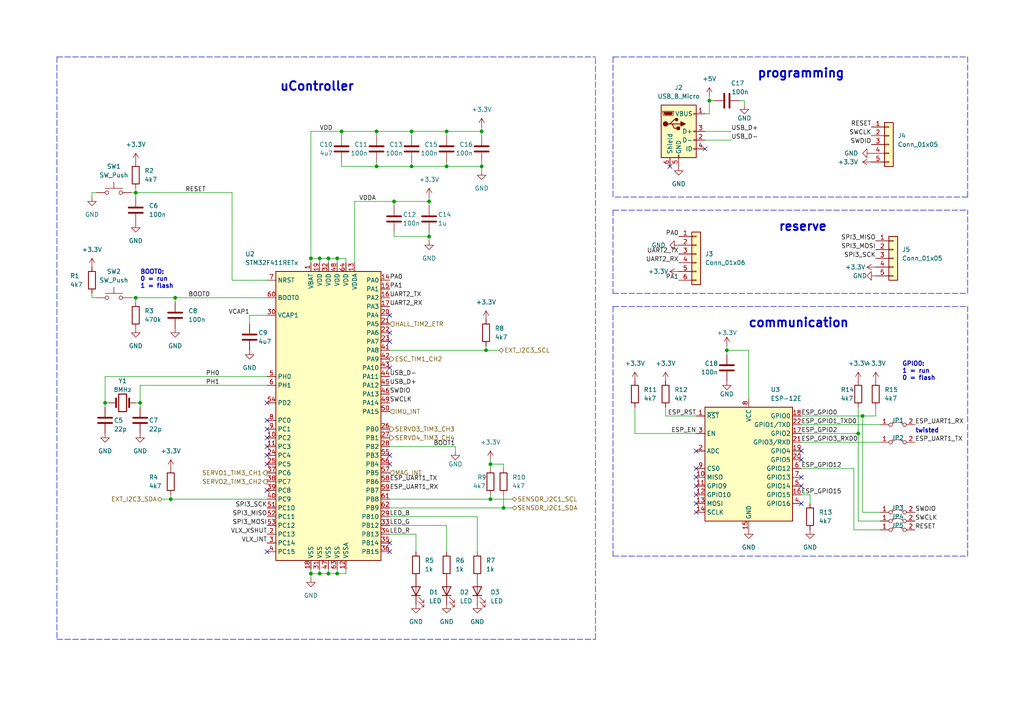
<source format=kicad_sch>
(kicad_sch (version 20211123) (generator eeschema)
  (paper "A4")
  (lib_symbols
    (symbol "Connector:USB_B_Micro" (pin_names (offset 1.016))
      (property "Reference" "J" (at -5.08 11.43 0))
      (property "Value" "USB_B_Micro" (at -5.08 8.89 0))
      (symbol "USB_B_Micro_0_1"
        (rectangle (start -5.08 -7.62) (end 5.08 7.62) (stroke (width 0.254)) (fill (type background)))
        (circle (center -3.81 2.159) (radius 0.635) (stroke (width 0.254)) (fill (type outline)))
        (circle (center -0.635 3.429) (radius 0.381) (stroke (width 0.254)) (fill (type outline)))
        (rectangle (start -0.127 -7.62) (end 0.127 -6.858))
        (polyline (pts (xy -1.905 2.159) (xy 0.635 2.159)) (stroke (width 0.254)))
        (polyline (pts (xy -3.175 2.159) (xy -2.54 2.159) (xy -1.27 3.429) (xy -0.635 3.429)) (stroke (width 0.254)))
        (polyline (pts (xy -2.54 2.159) (xy -1.905 2.159) (xy -1.27 0.889) (xy 0 0.889)) (stroke (width 0.254)))
        (polyline (pts (xy 0.635 2.794) (xy 0.635 1.524) (xy 1.905 2.159) (xy 0.635 2.794)) (stroke (width 0.254)) (fill (type outline)))
        (polyline (pts (xy -4.318 5.588) (xy -1.778 5.588) (xy -2.032 4.826) (xy -4.064 4.826) (xy -4.318 5.588)) (fill (type outline)))
        (polyline (pts (xy -4.699 5.842) (xy -4.699 5.588) (xy -4.445 4.826) (xy -4.445 4.572) (xy -1.651 4.572) (xy -1.651 4.826) (xy -1.397 5.588) (xy -1.397 5.842) (xy -4.699 5.842)))
        (rectangle (start 0.254 1.27) (end -0.508 0.508) (stroke (width 0.254)) (fill (type outline)))
        (rectangle (start 5.08 -5.207) (end 4.318 -4.953))
        (rectangle (start 5.08 -2.667) (end 4.318 -2.413))
        (rectangle (start 5.08 -0.127) (end 4.318 0.127))
        (rectangle (start 5.08 4.953) (end 4.318 5.207))
      )
      (symbol "USB_B_Micro_1_1"
        (pin power_out line (at 7.62 5.08 180) (length 2.54) (name "VBUS") (number "1"))
        (pin bidirectional line (at 7.62 -2.54 180) (length 2.54) (name "D-") (number "2"))
        (pin bidirectional line (at 7.62 0 180) (length 2.54) (name "D+") (number "3"))
        (pin passive line (at 7.62 -5.08 180) (length 2.54) (name "ID") (number "4"))
        (pin power_out line (at 0 -10.16 90) (length 2.54) (name "GND") (number "5"))
        (pin passive line (at -2.54 -10.16 90) (length 2.54) (name "Shield") (number "6"))
      )
    )
    (symbol "Connector_Generic:Conn_01x05" (pin_names (offset 1.016) hide)
      (property "Reference" "J" (at 0 7.62 0))
      (property "Value" "Conn_01x05" (at 0 -7.62 0))
      (symbol "Conn_01x05_1_1"
        (rectangle (start -1.27 -4.953) (end 0 -5.207) (stroke (width 0.1524)))
        (rectangle (start -1.27 -2.413) (end 0 -2.667) (stroke (width 0.1524)))
        (rectangle (start -1.27 0.127) (end 0 -0.127) (stroke (width 0.1524)))
        (rectangle (start -1.27 2.667) (end 0 2.413) (stroke (width 0.1524)))
        (rectangle (start -1.27 5.207) (end 0 4.953) (stroke (width 0.1524)))
        (rectangle (start -1.27 6.35) (end 1.27 -6.35) (stroke (width 0.254)) (fill (type background)))
        (pin passive line (at -5.08 5.08 0) (length 3.81) (name "Pin_1") (number "1"))
        (pin passive line (at -5.08 2.54 0) (length 3.81) (name "Pin_2") (number "2"))
        (pin passive line (at -5.08 0 0) (length 3.81) (name "Pin_3") (number "3"))
        (pin passive line (at -5.08 -2.54 0) (length 3.81) (name "Pin_4") (number "4"))
        (pin passive line (at -5.08 -5.08 0) (length 3.81) (name "Pin_5") (number "5"))
      )
    )
    (symbol "Connector_Generic:Conn_01x06" (pin_names (offset 1.016) hide)
      (property "Reference" "J" (at 0 7.62 0))
      (property "Value" "Conn_01x06" (at 0 -10.16 0))
      (symbol "Conn_01x06_1_1"
        (rectangle (start -1.27 -7.493) (end 0 -7.747) (stroke (width 0.1524)))
        (rectangle (start -1.27 -4.953) (end 0 -5.207) (stroke (width 0.1524)))
        (rectangle (start -1.27 -2.413) (end 0 -2.667) (stroke (width 0.1524)))
        (rectangle (start -1.27 0.127) (end 0 -0.127) (stroke (width 0.1524)))
        (rectangle (start -1.27 2.667) (end 0 2.413) (stroke (width 0.1524)))
        (rectangle (start -1.27 5.207) (end 0 4.953) (stroke (width 0.1524)))
        (rectangle (start -1.27 6.35) (end 1.27 -8.89) (stroke (width 0.254)) (fill (type background)))
        (pin passive line (at -5.08 5.08 0) (length 3.81) (name "Pin_1") (number "1"))
        (pin passive line (at -5.08 2.54 0) (length 3.81) (name "Pin_2") (number "2"))
        (pin passive line (at -5.08 0 0) (length 3.81) (name "Pin_3") (number "3"))
        (pin passive line (at -5.08 -2.54 0) (length 3.81) (name "Pin_4") (number "4"))
        (pin passive line (at -5.08 -5.08 0) (length 3.81) (name "Pin_5") (number "5"))
        (pin passive line (at -5.08 -7.62 0) (length 3.81) (name "Pin_6") (number "6"))
      )
    )
    (symbol "Device:C" (pin_numbers hide) (pin_names (offset 0.254))
      (property "Reference" "C" (at 0.635 2.54 0))
      (property "Value" "C" (at 0.635 -2.54 0))
      (symbol "C_0_1"
        (polyline (pts (xy -2.032 -0.762) (xy 2.032 -0.762)) (stroke (width 0.508)))
        (polyline (pts (xy -2.032 0.762) (xy 2.032 0.762)) (stroke (width 0.508)))
      )
      (symbol "C_1_1"
        (pin passive line (at 0 3.81 270) (length 2.794) (name "~") (number "1"))
        (pin passive line (at 0 -3.81 90) (length 2.794) (name "~") (number "2"))
      )
    )
    (symbol "Device:Crystal" (pin_numbers hide) (pin_names (offset 1.016) hide)
      (property "Reference" "Y" (at 0 3.81 0))
      (property "Value" "Crystal" (at 0 -3.81 0))
      (symbol "Crystal_0_1"
        (rectangle (start -1.143 2.54) (end 1.143 -2.54) (stroke (width 0.3048)))
        (polyline (pts (xy -2.54 0) (xy -1.905 0)))
        (polyline (pts (xy -1.905 -1.27) (xy -1.905 1.27)) (stroke (width 0.508)))
        (polyline (pts (xy 1.905 -1.27) (xy 1.905 1.27)) (stroke (width 0.508)))
        (polyline (pts (xy 2.54 0) (xy 1.905 0)))
      )
      (symbol "Crystal_1_1"
        (pin passive line (at -3.81 0 0) (length 1.27) (name "1") (number "1"))
        (pin passive line (at 3.81 0 180) (length 1.27) (name "2") (number "2"))
      )
    )
    (symbol "Device:LED" (pin_numbers hide) (pin_names (offset 1.016) hide)
      (property "Reference" "D" (at 0 2.54 0))
      (property "Value" "LED" (at 0 -2.54 0))
      (symbol "LED_0_1"
        (polyline (pts (xy -1.27 -1.27) (xy -1.27 1.27)) (stroke (width 0.254)))
        (polyline (pts (xy -1.27 0) (xy 1.27 0)))
        (polyline (pts (xy 1.27 -1.27) (xy 1.27 1.27) (xy -1.27 0) (xy 1.27 -1.27)) (stroke (width 0.254)))
        (polyline (pts (xy -3.048 -0.762) (xy -4.572 -2.286) (xy -3.81 -2.286) (xy -4.572 -2.286) (xy -4.572 -1.524)))
        (polyline (pts (xy -1.778 -0.762) (xy -3.302 -2.286) (xy -2.54 -2.286) (xy -3.302 -2.286) (xy -3.302 -1.524)))
      )
      (symbol "LED_1_1"
        (pin passive line (at -3.81 0 0) (length 2.54) (name "K") (number "1"))
        (pin passive line (at 3.81 0 180) (length 2.54) (name "A") (number "2"))
      )
    )
    (symbol "Device:R" (pin_numbers hide) (pin_names (offset 0))
      (property "Reference" "R" (at 2.032 0 90))
      (property "Value" "R" (at 0 0 90))
      (symbol "R_0_1"
        (rectangle (start -1.016 -2.54) (end 1.016 2.54) (stroke (width 0.254)))
      )
      (symbol "R_1_1"
        (pin passive line (at 0 3.81 270) (length 1.27) (name "~") (number "1"))
        (pin passive line (at 0 -3.81 90) (length 1.27) (name "~") (number "2"))
      )
    )
    (symbol "Jumper:Jumper_2_Bridged" (pin_names (offset 0) hide)
      (property "Reference" "JP" (at 0 1.905 0))
      (property "Value" "Jumper_2_Bridged" (at 0 -2.54 0))
      (symbol "Jumper_2_Bridged_0_0"
        (circle (center -2.032 0) (radius 0.508))
        (circle (center 2.032 0) (radius 0.508))
      )
      (symbol "Jumper_2_Bridged_0_1"
        (arc (start 1.524 0.254) (mid 0 0.762) (end -1.524 0.254))
      )
      (symbol "Jumper_2_Bridged_1_1"
        (pin passive line (at -5.08 0 0) (length 2.54) (name "A") (number "1"))
        (pin passive line (at 5.08 0 180) (length 2.54) (name "B") (number "2"))
      )
    )
    (symbol "MCU_ST_STM32F4:STM32F411RETx"
      (property "Reference" "U" (at -15.24 41.91 0))
      (property "Value" "STM32F411RETx" (at 10.16 41.91 0))
      (symbol "STM32F411RETx_0_1"
        (rectangle (start -15.24 -43.18) (end 15.24 40.64) (stroke (width 0.254)) (fill (type background)))
      )
      (symbol "STM32F411RETx_1_1"
        (pin power_in line (at -5.08 43.18 270) (length 2.54) (name "VBAT") (number "1"))
        (pin bidirectional line (at -17.78 -7.62 0) (length 2.54) (name "PC2") (number "10"))
        (pin bidirectional line (at -17.78 -10.16 0) (length 2.54) (name "PC3") (number "11"))
        (pin power_in line (at 5.08 -45.72 90) (length 2.54) (name "VSSA") (number "12"))
        (pin power_in line (at 7.62 43.18 270) (length 2.54) (name "VDDA") (number "13"))
        (pin bidirectional line (at 17.78 38.1 180) (length 2.54) (name "PA0") (number "14"))
        (pin bidirectional line (at 17.78 35.56 180) (length 2.54) (name "PA1") (number "15"))
        (pin bidirectional line (at 17.78 33.02 180) (length 2.54) (name "PA2") (number "16"))
        (pin bidirectional line (at 17.78 30.48 180) (length 2.54) (name "PA3") (number "17"))
        (pin power_in line (at -5.08 -45.72 90) (length 2.54) (name "VSS") (number "18"))
        (pin power_in line (at -2.54 43.18 270) (length 2.54) (name "VDD") (number "19"))
        (pin bidirectional line (at -17.78 -35.56 0) (length 2.54) (name "PC13") (number "2"))
        (pin bidirectional line (at 17.78 27.94 180) (length 2.54) (name "PA4") (number "20"))
        (pin bidirectional line (at 17.78 25.4 180) (length 2.54) (name "PA5") (number "21"))
        (pin bidirectional line (at 17.78 22.86 180) (length 2.54) (name "PA6") (number "22"))
        (pin bidirectional line (at 17.78 20.32 180) (length 2.54) (name "PA7") (number "23"))
        (pin bidirectional line (at -17.78 -12.7 0) (length 2.54) (name "PC4") (number "24"))
        (pin bidirectional line (at -17.78 -15.24 0) (length 2.54) (name "PC5") (number "25"))
        (pin bidirectional line (at 17.78 -5.08 180) (length 2.54) (name "PB0") (number "26"))
        (pin bidirectional line (at 17.78 -7.62 180) (length 2.54) (name "PB1") (number "27"))
        (pin bidirectional line (at 17.78 -10.16 180) (length 2.54) (name "PB2") (number "28"))
        (pin bidirectional line (at 17.78 -30.48 180) (length 2.54) (name "PB10") (number "29"))
        (pin bidirectional line (at -17.78 -38.1 0) (length 2.54) (name "PC14") (number "3"))
        (pin power_in line (at -17.78 27.94 0) (length 2.54) (name "VCAP1") (number "30"))
        (pin power_in line (at -2.54 -45.72 90) (length 2.54) (name "VSS") (number "31"))
        (pin power_in line (at 0 43.18 270) (length 2.54) (name "VDD") (number "32"))
        (pin bidirectional line (at 17.78 -33.02 180) (length 2.54) (name "PB12") (number "33"))
        (pin bidirectional line (at 17.78 -35.56 180) (length 2.54) (name "PB13") (number "34"))
        (pin bidirectional line (at 17.78 -38.1 180) (length 2.54) (name "PB14") (number "35"))
        (pin bidirectional line (at 17.78 -40.64 180) (length 2.54) (name "PB15") (number "36"))
        (pin bidirectional line (at -17.78 -17.78 0) (length 2.54) (name "PC6") (number "37"))
        (pin bidirectional line (at -17.78 -20.32 0) (length 2.54) (name "PC7") (number "38"))
        (pin bidirectional line (at -17.78 -22.86 0) (length 2.54) (name "PC8") (number "39"))
        (pin bidirectional line (at -17.78 -40.64 0) (length 2.54) (name "PC15") (number "4"))
        (pin bidirectional line (at -17.78 -25.4 0) (length 2.54) (name "PC9") (number "40"))
        (pin bidirectional line (at 17.78 17.78 180) (length 2.54) (name "PA8") (number "41"))
        (pin bidirectional line (at 17.78 15.24 180) (length 2.54) (name "PA9") (number "42"))
        (pin bidirectional line (at 17.78 12.7 180) (length 2.54) (name "PA10") (number "43"))
        (pin bidirectional line (at 17.78 10.16 180) (length 2.54) (name "PA11") (number "44"))
        (pin bidirectional line (at 17.78 7.62 180) (length 2.54) (name "PA12") (number "45"))
        (pin bidirectional line (at 17.78 5.08 180) (length 2.54) (name "PA13") (number "46"))
        (pin power_in line (at 0 -45.72 90) (length 2.54) (name "VSS") (number "47"))
        (pin power_in line (at 2.54 43.18 270) (length 2.54) (name "VDD") (number "48"))
        (pin bidirectional line (at 17.78 2.54 180) (length 2.54) (name "PA14") (number "49"))
        (pin input line (at -17.78 10.16 0) (length 2.54) (name "PH0") (number "5"))
        (pin bidirectional line (at 17.78 0 180) (length 2.54) (name "PA15") (number "50"))
        (pin bidirectional line (at -17.78 -27.94 0) (length 2.54) (name "PC10") (number "51"))
        (pin bidirectional line (at -17.78 -30.48 0) (length 2.54) (name "PC11") (number "52"))
        (pin bidirectional line (at -17.78 -33.02 0) (length 2.54) (name "PC12") (number "53"))
        (pin bidirectional line (at -17.78 2.54 0) (length 2.54) (name "PD2") (number "54"))
        (pin bidirectional line (at 17.78 -12.7 180) (length 2.54) (name "PB3") (number "55"))
        (pin bidirectional line (at 17.78 -15.24 180) (length 2.54) (name "PB4") (number "56"))
        (pin bidirectional line (at 17.78 -17.78 180) (length 2.54) (name "PB5") (number "57"))
        (pin bidirectional line (at 17.78 -20.32 180) (length 2.54) (name "PB6") (number "58"))
        (pin bidirectional line (at 17.78 -22.86 180) (length 2.54) (name "PB7") (number "59"))
        (pin input line (at -17.78 7.62 0) (length 2.54) (name "PH1") (number "6"))
        (pin input line (at -17.78 33.02 0) (length 2.54) (name "BOOT0") (number "60"))
        (pin bidirectional line (at 17.78 -25.4 180) (length 2.54) (name "PB8") (number "61"))
        (pin bidirectional line (at 17.78 -27.94 180) (length 2.54) (name "PB9") (number "62"))
        (pin power_in line (at 2.54 -45.72 90) (length 2.54) (name "VSS") (number "63"))
        (pin power_in line (at 5.08 43.18 270) (length 2.54) (name "VDD") (number "64"))
        (pin input line (at -17.78 38.1 0) (length 2.54) (name "NRST") (number "7"))
        (pin bidirectional line (at -17.78 -2.54 0) (length 2.54) (name "PC0") (number "8"))
        (pin bidirectional line (at -17.78 -5.08 0) (length 2.54) (name "PC1") (number "9"))
      )
    )
    (symbol "RF_Module:ESP-12E"
      (property "Reference" "U" (at -12.7 19.05 0))
      (property "Value" "ESP-12E" (at 12.7 19.05 0))
      (symbol "ESP-12E_0_1"
        (rectangle (start -12.7 17.78) (end 12.7 -15.24) (stroke (width 0.254)) (fill (type background)))
      )
      (symbol "ESP-12E_1_1"
        (pin input line (at -15.24 15.24 0) (length 2.54) (name "~{RST}") (number "1"))
        (pin bidirectional line (at -15.24 -2.54 0) (length 2.54) (name "MISO") (number "10"))
        (pin bidirectional line (at -15.24 -5.08 0) (length 2.54) (name "GPIO9") (number "11"))
        (pin bidirectional line (at -15.24 -7.62 0) (length 2.54) (name "GPIO10") (number "12"))
        (pin bidirectional line (at -15.24 -10.16 0) (length 2.54) (name "MOSI") (number "13"))
        (pin bidirectional line (at -15.24 -12.7 0) (length 2.54) (name "SCLK") (number "14"))
        (pin power_in line (at 0 -17.78 90) (length 2.54) (name "GND") (number "15"))
        (pin bidirectional line (at 15.24 -7.62 180) (length 2.54) (name "GPIO15") (number "16"))
        (pin bidirectional line (at 15.24 10.16 180) (length 2.54) (name "GPIO2") (number "17"))
        (pin bidirectional line (at 15.24 15.24 180) (length 2.54) (name "GPIO0") (number "18"))
        (pin bidirectional line (at 15.24 5.08 180) (length 2.54) (name "GPIO4") (number "19"))
        (pin input line (at -15.24 5.08 0) (length 2.54) (name "ADC") (number "2"))
        (pin bidirectional line (at 15.24 2.54 180) (length 2.54) (name "GPIO5") (number "20"))
        (pin bidirectional line (at 15.24 7.62 180) (length 2.54) (name "GPIO3/RXD") (number "21"))
        (pin bidirectional line (at 15.24 12.7 180) (length 2.54) (name "GPIO1/TXD") (number "22"))
        (pin input line (at -15.24 10.16 0) (length 2.54) (name "EN") (number "3"))
        (pin bidirectional line (at 15.24 -10.16 180) (length 2.54) (name "GPIO16") (number "4"))
        (pin bidirectional line (at 15.24 -5.08 180) (length 2.54) (name "GPIO14") (number "5"))
        (pin bidirectional line (at 15.24 0 180) (length 2.54) (name "GPIO12") (number "6"))
        (pin bidirectional line (at 15.24 -2.54 180) (length 2.54) (name "GPIO13") (number "7"))
        (pin power_in line (at 0 20.32 270) (length 2.54) (name "VCC") (number "8"))
        (pin input line (at -15.24 0 0) (length 2.54) (name "CS0") (number "9"))
      )
    )
    (symbol "Switch:SW_Push" (pin_numbers hide) (pin_names (offset 1.016) hide)
      (property "Reference" "SW" (at 1.27 2.54 0))
      (property "Value" "SW_Push" (at 0 -1.524 0))
      (symbol "SW_Push_0_1"
        (circle (center -2.032 0) (radius 0.508))
        (polyline (pts (xy 0 1.27) (xy 0 3.048)))
        (polyline (pts (xy 2.54 1.27) (xy -2.54 1.27)))
        (circle (center 2.032 0) (radius 0.508))
        (pin passive line (at -5.08 0 0) (length 2.54) (name "1") (number "1"))
        (pin passive line (at 5.08 0 180) (length 2.54) (name "2") (number "2"))
      )
    )
    (symbol "power:+3.3V" (power) (pin_names (offset 0))
      (property "Value" "+3.3V" (at 0 3.556 0))
      (symbol "+3.3V_0_1"
        (polyline (pts (xy -0.762 1.27) (xy 0 2.54)))
        (polyline (pts (xy 0 0) (xy 0 2.54)))
        (polyline (pts (xy 0 2.54) (xy 0.762 1.27)))
      )
      (symbol "+3.3V_1_1"
        (pin power_in line (at 0 0 90) (length 0) hide (name "+3.3V") (number "1"))
      )
    )
    (symbol "power:+5V" (power) (pin_names (offset 0))
      (property "Value" "+5V" (at 0 3.556 0))
      (symbol "+5V_0_1"
        (polyline (pts (xy -0.762 1.27) (xy 0 2.54)))
        (polyline (pts (xy 0 0) (xy 0 2.54)))
        (polyline (pts (xy 0 2.54) (xy 0.762 1.27)))
      )
      (symbol "+5V_1_1"
        (pin power_in line (at 0 0 90) (length 0) hide (name "+5V") (number "1"))
      )
    )
    (symbol "power:GND" (power) (pin_names (offset 0))
      (property "Value" "GND" (at 0 -3.81 0))
      (symbol "GND_0_1"
        (polyline (pts (xy 0 0) (xy 0 -1.27) (xy 1.27 -1.27) (xy 0 -2.54) (xy -1.27 -1.27) (xy 0 -1.27)))
      )
      (symbol "GND_1_1"
        (pin power_in line (at 0 0 270) (length 0) hide (name "GND") (number "1"))
      )
    )
  )
  (junction (at 250.19 120.65))
  (junction (at 99.06 38.1))
  (junction (at 40.64 116.84))
  (junction (at 124.46 58.42))
  (junction (at 39.37 55.88))
  (junction (at 142.24 144.78))
  (junction (at 146.05 147.32))
  (junction (at 119.38 38.1))
  (junction (at 248.92 125.73))
  (junction (at 97.79 74.93))
  (junction (at 39.37 86.36))
  (junction (at 109.22 38.1))
  (junction (at 92.71 74.93))
  (junction (at 109.22 48.26))
  (junction (at 95.25 74.93))
  (junction (at 95.25 166.37))
  (junction (at 114.3 58.42))
  (junction (at 139.7 48.26))
  (junction (at 124.46 68.58))
  (junction (at 205.74 29.21))
  (junction (at 119.38 48.26))
  (junction (at 210.82 101.6))
  (junction (at 50.8 86.36))
  (junction (at 142.24 134.62))
  (junction (at 139.7 38.1))
  (junction (at 129.54 48.26))
  (junction (at 90.17 74.93))
  (junction (at 97.79 166.37))
  (junction (at 140.97 101.6))
  (junction (at 49.53 144.78))
  (junction (at 129.54 38.1))
  (junction (at 30.48 116.84))
  (junction (at 90.17 166.37))
  (junction (at 92.71 166.37))
  (no_connect (at 113.03 99.06))
  (no_connect (at 113.03 134.62))
  (no_connect (at 77.47 124.46))
  (no_connect (at 113.03 132.08))
  (no_connect (at 201.93 148.59))
  (no_connect (at 113.03 157.48))
  (no_connect (at 201.93 140.97))
  (no_connect (at 77.47 116.84))
  (no_connect (at 204.47 43.18))
  (no_connect (at 77.47 129.54))
  (no_connect (at 113.03 106.68))
  (no_connect (at 113.03 91.44))
  (no_connect (at 201.93 130.81))
  (no_connect (at 232.41 146.05))
  (no_connect (at 232.41 138.43))
  (no_connect (at 232.41 130.81))
  (no_connect (at 232.41 133.35))
  (no_connect (at 232.41 140.97))
  (no_connect (at 201.93 143.51))
  (no_connect (at 77.47 121.92))
  (no_connect (at 194.31 48.26))
  (no_connect (at 77.47 127))
  (no_connect (at 77.47 134.62))
  (no_connect (at 77.47 132.08))
  (no_connect (at 201.93 135.89))
  (no_connect (at 77.47 160.02))
  (no_connect (at 113.03 96.52))
  (no_connect (at 113.03 160.02))
  (no_connect (at 201.93 146.05))
  (no_connect (at 77.47 142.24))
  (no_connect (at 201.93 138.43))
  (wire (pts (xy 140.97 101.6) (xy 144.78 101.6)))
  (wire (pts (xy 102.87 76.2) (xy 102.87 58.42)))
  (wire (pts (xy 95.25 166.37) (xy 97.79 166.37)))
  (wire (pts (xy 124.46 68.58) (xy 124.46 67.31)))
  (polyline (pts (xy 172.72 185.42) (xy 172.72 16.51)))
  (wire (pts (xy 27.94 55.88) (xy 26.67 55.88)))
  (wire (pts (xy 214.63 29.21) (xy 215.9 29.21)))
  (wire (pts (xy 250.19 120.65) (xy 254 120.65)))
  (wire (pts (xy 232.41 135.89) (xy 247.65 135.89)))
  (wire (pts (xy 120.65 154.94) (xy 120.65 160.02)))
  (wire (pts (xy 77.47 109.22) (xy 30.48 109.22)))
  (wire (pts (xy 39.37 86.36) (xy 39.37 87.63)))
  (wire (pts (xy 102.87 58.42) (xy 114.3 58.42)))
  (wire (pts (xy 95.25 74.93) (xy 95.25 76.2)))
  (wire (pts (xy 139.7 38.1) (xy 139.7 39.37)))
  (wire (pts (xy 139.7 36.83) (xy 139.7 38.1)))
  (wire (pts (xy 109.22 48.26) (xy 99.06 48.26)))
  (wire (pts (xy 114.3 58.42) (xy 124.46 58.42)))
  (wire (pts (xy 124.46 69.85) (xy 124.46 68.58)))
  (wire (pts (xy 139.7 48.26) (xy 139.7 46.99)))
  (wire (pts (xy 119.38 48.26) (xy 109.22 48.26)))
  (wire (pts (xy 113.03 144.78) (xy 142.24 144.78)))
  (wire (pts (xy 234.95 143.51) (xy 234.95 146.05)))
  (wire (pts (xy 30.48 116.84) (xy 31.75 116.84)))
  (polyline (pts (xy 16.51 16.51) (xy 172.72 16.51)))
  (wire (pts (xy 248.92 125.73) (xy 248.92 151.13)))
  (wire (pts (xy 50.8 86.36) (xy 77.47 86.36)))
  (polyline (pts (xy 177.8 60.96) (xy 280.67 60.96)))
  (polyline (pts (xy 16.51 16.51) (xy 16.51 185.42)))
  (wire (pts (xy 132.08 130.81) (xy 132.08 129.54)))
  (wire (pts (xy 232.41 125.73) (xy 248.92 125.73)))
  (wire (pts (xy 30.48 116.84) (xy 30.48 118.11)))
  (wire (pts (xy 95.25 74.93) (xy 97.79 74.93)))
  (wire (pts (xy 205.74 29.21) (xy 205.74 27.94)))
  (wire (pts (xy 139.7 48.26) (xy 129.54 48.26)))
  (wire (pts (xy 38.1 86.36) (xy 39.37 86.36)))
  (wire (pts (xy 39.37 55.88) (xy 67.31 55.88)))
  (wire (pts (xy 67.31 55.88) (xy 67.31 81.28)))
  (wire (pts (xy 90.17 165.1) (xy 90.17 166.37)))
  (wire (pts (xy 146.05 147.32) (xy 148.59 147.32)))
  (wire (pts (xy 92.71 74.93) (xy 95.25 74.93)))
  (wire (pts (xy 132.08 129.54) (xy 113.03 129.54)))
  (wire (pts (xy 204.47 38.1) (xy 212.09 38.1)))
  (wire (pts (xy 119.38 38.1) (xy 119.38 39.37)))
  (wire (pts (xy 77.47 111.76) (xy 40.64 111.76)))
  (polyline (pts (xy 16.51 185.42) (xy 172.72 185.42)))
  (wire (pts (xy 142.24 133.35) (xy 142.24 134.62)))
  (wire (pts (xy 92.71 165.1) (xy 92.71 166.37)))
  (polyline (pts (xy 177.8 161.29) (xy 280.67 161.29)))
  (wire (pts (xy 40.64 111.76) (xy 40.64 116.84)))
  (wire (pts (xy 124.46 58.42) (xy 124.46 59.69)))
  (wire (pts (xy 210.82 100.33) (xy 210.82 101.6)))
  (wire (pts (xy 124.46 68.58) (xy 114.3 68.58)))
  (wire (pts (xy 129.54 38.1) (xy 119.38 38.1)))
  (wire (pts (xy 248.92 151.13) (xy 255.27 151.13)))
  (wire (pts (xy 38.1 55.88) (xy 39.37 55.88)))
  (wire (pts (xy 109.22 38.1) (xy 109.22 39.37)))
  (wire (pts (xy 97.79 166.37) (xy 97.79 165.1)))
  (wire (pts (xy 113.03 101.6) (xy 140.97 101.6)))
  (wire (pts (xy 232.41 120.65) (xy 250.19 120.65)))
  (wire (pts (xy 146.05 147.32) (xy 146.05 143.51)))
  (wire (pts (xy 139.7 38.1) (xy 129.54 38.1)))
  (wire (pts (xy 138.43 149.86) (xy 138.43 160.02)))
  (wire (pts (xy 247.65 153.67) (xy 255.27 153.67)))
  (wire (pts (xy 119.38 38.1) (xy 109.22 38.1)))
  (wire (pts (xy 124.46 58.42) (xy 124.46 57.15)))
  (wire (pts (xy 67.31 81.28) (xy 77.47 81.28)))
  (polyline (pts (xy 280.67 57.15) (xy 177.8 57.15)))
  (wire (pts (xy 248.92 125.73) (xy 248.92 118.11)))
  (wire (pts (xy 205.74 33.02) (xy 205.74 29.21)))
  (polyline (pts (xy 280.67 16.51) (xy 280.67 57.15)))
  (polyline (pts (xy 177.8 88.9) (xy 280.67 88.9)))
  (wire (pts (xy 205.74 29.21) (xy 207.01 29.21)))
  (wire (pts (xy 26.67 55.88) (xy 26.67 57.15)))
  (wire (pts (xy 92.71 166.37) (xy 95.25 166.37)))
  (wire (pts (xy 129.54 48.26) (xy 119.38 48.26)))
  (wire (pts (xy 92.71 74.93) (xy 92.71 76.2)))
  (wire (pts (xy 232.41 143.51) (xy 234.95 143.51)))
  (wire (pts (xy 90.17 166.37) (xy 90.17 167.64)))
  (polyline (pts (xy 280.67 85.09) (xy 280.67 60.96)))
  (wire (pts (xy 95.25 166.37) (xy 95.25 165.1)))
  (wire (pts (xy 27.94 86.36) (xy 26.67 86.36)))
  (wire (pts (xy 119.38 48.26) (xy 119.38 46.99)))
  (wire (pts (xy 49.53 144.78) (xy 77.47 144.78)))
  (wire (pts (xy 113.03 152.4) (xy 129.54 152.4)))
  (polyline (pts (xy 177.8 88.9) (xy 177.8 161.29)))
  (wire (pts (xy 90.17 166.37) (xy 92.71 166.37)))
  (wire (pts (xy 109.22 48.26) (xy 109.22 46.99)))
  (wire (pts (xy 72.39 91.44) (xy 72.39 93.98)))
  (wire (pts (xy 129.54 152.4) (xy 129.54 160.02)))
  (wire (pts (xy 217.17 115.57) (xy 217.17 101.6)))
  (wire (pts (xy 77.47 91.44) (xy 72.39 91.44)))
  (wire (pts (xy 39.37 86.36) (xy 50.8 86.36)))
  (wire (pts (xy 142.24 144.78) (xy 148.59 144.78)))
  (wire (pts (xy 217.17 101.6) (xy 210.82 101.6)))
  (wire (pts (xy 193.04 120.65) (xy 201.93 120.65)))
  (wire (pts (xy 114.3 58.42) (xy 114.3 59.69)))
  (wire (pts (xy 39.37 55.88) (xy 39.37 54.61)))
  (wire (pts (xy 109.22 38.1) (xy 99.06 38.1)))
  (wire (pts (xy 232.41 128.27) (xy 255.27 128.27)))
  (wire (pts (xy 193.04 118.11) (xy 193.04 120.65)))
  (wire (pts (xy 90.17 38.1) (xy 90.17 74.93)))
  (wire (pts (xy 100.33 166.37) (xy 100.33 165.1)))
  (wire (pts (xy 90.17 74.93) (xy 92.71 74.93)))
  (polyline (pts (xy 177.8 16.51) (xy 280.67 16.51)))
  (wire (pts (xy 204.47 40.64) (xy 212.09 40.64)))
  (wire (pts (xy 113.03 154.94) (xy 120.65 154.94)))
  (wire (pts (xy 254 118.11) (xy 254 120.65)))
  (wire (pts (xy 129.54 38.1) (xy 129.54 39.37)))
  (wire (pts (xy 40.64 116.84) (xy 40.64 118.11)))
  (wire (pts (xy 97.79 74.93) (xy 100.33 74.93)))
  (wire (pts (xy 142.24 144.78) (xy 142.24 143.51)))
  (wire (pts (xy 46.99 144.78) (xy 49.53 144.78)))
  (wire (pts (xy 139.7 49.53) (xy 139.7 48.26)))
  (wire (pts (xy 50.8 86.36) (xy 50.8 87.63)))
  (wire (pts (xy 99.06 48.26) (xy 99.06 46.99)))
  (wire (pts (xy 114.3 68.58) (xy 114.3 67.31)))
  (polyline (pts (xy 280.67 161.29) (xy 280.67 88.9)))
  (wire (pts (xy 97.79 74.93) (xy 97.79 76.2)))
  (wire (pts (xy 97.79 166.37) (xy 100.33 166.37)))
  (wire (pts (xy 99.06 38.1) (xy 99.06 39.37)))
  (wire (pts (xy 49.53 143.51) (xy 49.53 144.78)))
  (wire (pts (xy 140.97 100.33) (xy 140.97 101.6)))
  (polyline (pts (xy 177.8 16.51) (xy 177.8 57.15)))
  (wire (pts (xy 184.15 125.73) (xy 201.93 125.73)))
  (wire (pts (xy 113.03 149.86) (xy 138.43 149.86)))
  (wire (pts (xy 204.47 33.02) (xy 205.74 33.02)))
  (wire (pts (xy 142.24 134.62) (xy 142.24 135.89)))
  (wire (pts (xy 210.82 101.6) (xy 210.82 102.87)))
  (polyline (pts (xy 177.8 60.96) (xy 177.8 85.09)))
  (wire (pts (xy 26.67 86.36) (xy 26.67 85.09)))
  (wire (pts (xy 90.17 76.2) (xy 90.17 74.93)))
  (wire (pts (xy 113.03 147.32) (xy 146.05 147.32)))
  (wire (pts (xy 39.37 55.88) (xy 39.37 57.15)))
  (wire (pts (xy 129.54 48.26) (xy 129.54 46.99)))
  (wire (pts (xy 232.41 123.19) (xy 255.27 123.19)))
  (wire (pts (xy 184.15 118.11) (xy 184.15 125.73)))
  (wire (pts (xy 247.65 135.89) (xy 247.65 153.67)))
  (polyline (pts (xy 177.8 85.09) (xy 280.67 85.09)))
  (wire (pts (xy 250.19 148.59) (xy 255.27 148.59)))
  (wire (pts (xy 30.48 109.22) (xy 30.48 116.84)))
  (wire (pts (xy 100.33 74.93) (xy 100.33 76.2)))
  (wire (pts (xy 215.9 29.21) (xy 215.9 30.48)))
  (wire (pts (xy 146.05 134.62) (xy 146.05 135.89)))
  (wire (pts (xy 90.17 38.1) (xy 99.06 38.1)))
  (wire (pts (xy 40.64 116.84) (xy 39.37 116.84)))
  (wire (pts (xy 142.24 134.62) (xy 146.05 134.62)))
  (wire (pts (xy 250.19 120.65) (xy 250.19 148.59)))
  (text "BOOT0:\n0 = run\n1 = flash" (at 40.64 83.82 0) (effects (font (size 1.27 1.27) (thickness 0.254) bold) (justify left bottom)))
  (text "programming" (at 245.11 22.86 180) (effects (font (size 2.54 2.54) (thickness 0.508) bold) (justify right bottom)))
  (text "GPIO0:\n1 = run\n0 = flash" (at 261.62 110.49 0) (effects (font (size 1.27 1.27) (thickness 0.254) bold) (justify left bottom)))
  (text "reserve" (at 240.03 67.31 180) (effects (font (size 2.54 2.54) (thickness 0.508) bold) (justify right bottom)))
  (text "communication" (at 246.38 95.25 180) (effects (font (size 2.54 2.54) (thickness 0.508) bold) (justify right bottom)))
  (text "uController" (at 102.87 26.67 180) (effects (font (size 2.54 2.54) (thickness 0.508) bold) (justify right bottom)))
  (text "twisted" (at 265.43 125.73 0) (effects (font (size 1.27 1.27) (thickness 0.254) bold) (justify left bottom)))
  (label "UART2_RX" (at 196.85 76.2 180))
  (label "PA0" (at 113.03 81.28 0))
  (label "UART2_TX" (at 113.03 86.36 0))
  (label "LED_B" (at 113.03 149.86 0))
  (label "LED_R" (at 113.03 154.94 0))
  (label "ESP_UART1_TX" (at 113.03 139.7 0))
  (label "USB_D+" (at 113.03 111.76 0))
  (label "PA1" (at 113.03 83.82 0))
  (label "ESP_GPIO15" (at 232.41 143.51 0))
  (label "SWCLK" (at 265.43 151.13 0))
  (label "ESP_GPIO12" (at 232.41 135.89 0))
  (label "ESP_GPIO1_TXD0" (at 232.41 123.19 0))
  (label "BOOT0" (at 54.61 86.36 0))
  (label "SPI3_MISO" (at 77.47 149.86 180))
  (label "SPI3_MOSI" (at 77.47 152.4 180))
  (label "ESP_GPIO0" (at 232.41 120.65 0))
  (label "SPI3_SCK" (at 77.47 147.32 180))
  (label "VDD" (at 96.52 38.1 180))
  (label "ESP_GPIO2" (at 232.41 125.73 0))
  (label "ESP_GPIO3_RXD0" (at 232.41 128.27 0))
  (label "PH1" (at 59.69 111.76 0))
  (label "PH0" (at 59.69 109.22 0))
  (label "UART2_TX" (at 196.85 73.66 180))
  (label "SWCLK" (at 113.03 116.84 0))
  (label "VCAP1" (at 72.39 91.44 180))
  (label "ESP_UART1_RX" (at 265.43 123.19 0))
  (label "RESET" (at 252.73 36.83 180))
  (label "USB_D+" (at 212.09 38.1 0))
  (label "SWDIO" (at 113.03 114.3 0))
  (label "UART2_RX" (at 113.03 88.9 0))
  (label "LED_G" (at 113.03 152.4 0))
  (label "SWDIO" (at 252.73 41.91 180))
  (label "RESET" (at 59.69 55.88 180))
  (label "VLX_XSHUT" (at 77.47 154.94 180))
  (label "USB_D-" (at 113.03 109.22 0))
  (label "VDDA" (at 104.14 58.42 0))
  (label "SPI3_MOSI" (at 254 72.39 180))
  (label "PA0" (at 196.85 68.58 180))
  (label "RESET" (at 265.43 153.67 0))
  (label "ESP_UART1_TX" (at 265.43 128.27 0))
  (label "BOOT1" (at 125.73 129.54 0))
  (label "USB_D-" (at 212.09 40.64 0))
  (label "SWCLK" (at 252.73 39.37 180))
  (label "SWDIO" (at 265.43 148.59 0))
  (label "VLX_INT" (at 77.47 157.48 180))
  (label "ESP_EN" (at 201.93 125.73 180))
  (label "PA1" (at 196.85 81.28 180))
  (label "SPI3_SCK" (at 254 74.93 180))
  (label "ESP_RST" (at 201.93 120.65 180))
  (label "SPI3_MISO" (at 254 69.85 180))
  (label "ESP_UART1_RX" (at 113.03 142.24 0))
  (hierarchical_label "SENSOR_I2C1_SDA" (shape bidirectional) (at 148.59 147.32 0))
  (hierarchical_label "SERVO2_TIM3_CH2" (shape output) (at 77.47 139.7 180))
  (hierarchical_label "ESC_TIM1_CH2" (shape output) (at 113.03 104.14 0))
  (hierarchical_label "SERVO1_TIM3_CH1" (shape output) (at 77.47 137.16 180))
  (hierarchical_label "SERVO3_TIM3_CH3" (shape output) (at 113.03 124.46 0))
  (hierarchical_label "SENSOR_I2C1_SCL" (shape bidirectional) (at 148.59 144.78 0))
  (hierarchical_label "SERVO4_TIM3_CH4" (shape output) (at 113.03 127 0))
  (hierarchical_label "EXT_I2C3_SDA" (shape bidirectional) (at 46.99 144.78 180))
  (hierarchical_label "HALL_TIM2_ETR" (shape input) (at 113.03 93.98 0))
  (hierarchical_label "EXT_I2C3_SCL" (shape bidirectional) (at 144.78 101.6 0))
  (hierarchical_label "IMU_INT" (shape input) (at 113.03 119.38 0))
  (hierarchical_label "MAG_INT" (shape input) (at 113.03 137.16 0))
  (symbol (lib_id "power:GND") (at 254 80.01 270) (unit 1)
    (property "Reference" "#PWR043" (effects hide))
    (property "Value" "GND" (at 251.46 80.01 90) (effects (justify right)))
  )
  (symbol (lib_id "Device:R") (at 39.37 50.8 0) (unit 1)
    (property "Reference" "R2" (at 41.91 49.5299 0) (effects (justify left)))
    (property "Value" "4k7" (at 41.91 52.0699 0) (effects (justify left)))
    (property "Footprint" "Resistor_SMD:R_0603_1608Metric" (effects hide))
  )
  (symbol (lib_id "power:GND") (at 252.73 44.45 270) (unit 1)
    (property "Reference" "#PWR040" (effects hide))
    (property "Value" "GND" (at 248.92 44.45 90) (effects (justify right)))
  )
  (symbol (lib_id "Jumper:Jumper_2_Bridged") (at 260.35 151.13 0) (unit 1)
    (property "Reference" "JP4" (at 260.35 149.86 0))
    (property "Value" " " (at 260.35 147.32 0))
    (property "Footprint" "Jumper:SolderJumper-2_P1.3mm_Open_TrianglePad1.0x1.5mm" (effects hide))
  )
  (symbol (lib_id "Device:Crystal") (at 35.56 116.84 0) (unit 1)
    (property "Reference" "Y1" (at 35.56 110.49 0))
    (property "Value" "8MHz" (at 35.56 113.03 0))
    (property "Footprint" "Crystal:Crystal_SMD_5032-2Pin_5.0x3.2mm" (effects hide))
  )
  (symbol (lib_id "power:+3.3V") (at 49.53 135.89 0) (unit 1)
    (property "Reference" "#PWR014" (effects hide))
    (property "Value" "+3.3V" (at 49.53 130.81 0))
  )
  (symbol (lib_id "Jumper:Jumper_2_Bridged") (at 260.35 153.67 0) (unit 1)
    (property "Reference" "JP5" (at 260.35 152.4 0))
    (property "Value" " " (at 260.35 149.86 0))
    (property "Footprint" "Jumper:SolderJumper-2_P1.3mm_Open_TrianglePad1.0x1.5mm" (effects hide))
  )
  (symbol (lib_id "power:+3.3V") (at 252.73 46.99 90) (unit 1)
    (property "Reference" "#PWR041" (effects hide))
    (property "Value" "+3.3V" (at 248.92 46.9899 90) (effects (justify left)))
  )
  (symbol (lib_id "Device:C") (at 129.54 43.18 0) (mirror y) (unit 1)
    (property "Reference" "C15" (at 127 41.91 0) (effects (justify left)))
    (property "Value" "100n" (at 127 44.45 0) (effects (justify left)))
    (property "Footprint" "Capacitor_SMD:C_0603_1608Metric" (effects hide))
  )
  (symbol (lib_id "Device:R") (at 26.67 81.28 180) (unit 1)
    (property "Reference" "R1" (at 20.32 80.01 0) (effects (justify right)))
    (property "Value" "4k7" (at 20.32 82.55 0) (effects (justify right)))
    (property "Footprint" "Resistor_SMD:R_0603_1608Metric" (effects hide))
  )
  (symbol (lib_id "power:GND") (at 129.54 175.26 0) (unit 1)
    (property "Reference" "#PWR021" (effects hide))
    (property "Value" "GND" (at 129.54 180.34 0))
  )
  (symbol (lib_id "power:+3.3V") (at 139.7 36.83 0) (mirror y) (unit 1)
    (property "Reference" "#PWR024" (effects hide))
    (property "Value" "+3.3V" (at 139.7 31.75 0))
  )
  (symbol (lib_id "Device:C") (at 109.22 43.18 0) (mirror y) (unit 1)
    (property "Reference" "C11" (at 106.68 41.91 0) (effects (justify left)))
    (property "Value" "100n" (at 106.68 44.45 0) (effects (justify left)))
    (property "Footprint" "Capacitor_SMD:C_0603_1608Metric" (effects hide))
  )
  (symbol (lib_id "power:GND") (at 234.95 153.67 0) (unit 1)
    (property "Reference" "#PWR038" (effects hide))
    (property "Value" "GND" (at 234.95 158.75 0))
  )
  (symbol (lib_id "Device:C") (at 119.38 43.18 0) (mirror y) (unit 1)
    (property "Reference" "C13" (at 116.84 41.91 0) (effects (justify left)))
    (property "Value" "100n" (at 116.84 44.45 0) (effects (justify left)))
    (property "Footprint" "Capacitor_SMD:C_0603_1608Metric" (effects hide))
  )
  (symbol (lib_id "Device:R") (at 140.97 96.52 0) (unit 1)
    (property "Reference" "R8" (at 143.51 95.25 0) (effects (justify left)))
    (property "Value" "4k7" (at 143.51 97.79 0) (effects (justify left)))
    (property "Footprint" "Resistor_SMD:R_0603_1608Metric" (effects hide))
  )
  (symbol (lib_id "Device:R") (at 254 114.3 0) (unit 1)
    (property "Reference" "R15" (at 256.54 113.0299 0) (effects (justify left)))
    (property "Value" "4k7" (at 256.54 115.5699 0) (effects (justify left)))
    (property "Footprint" "Resistor_SMD:R_0603_1608Metric" (effects hide))
  )
  (symbol (lib_id "power:GND") (at 120.65 175.26 0) (unit 1)
    (property "Reference" "#PWR018" (effects hide))
    (property "Value" "GND" (at 120.65 180.34 0))
  )
  (symbol (lib_id "power:+3.3V") (at 248.92 110.49 0) (unit 1)
    (property "Reference" "#PWR039" (effects hide))
    (property "Value" "+3.3V" (at 248.92 105.41 0))
  )
  (symbol (lib_id "Device:R") (at 49.53 139.7 0) (unit 1)
    (property "Reference" "R4" (at 43.18 138.43 0) (effects (justify left)))
    (property "Value" "4k7" (at 43.18 140.97 0) (effects (justify left)))
    (property "Footprint" "Resistor_SMD:R_0603_1608Metric" (effects hide))
  )
  (symbol (lib_id "power:GND") (at 39.37 95.25 0) (unit 1)
    (property "Reference" "#PWR012" (effects hide))
    (property "Value" "GND" (at 39.37 100.33 0))
  )
  (symbol (lib_id "power:+3.3V") (at 142.24 133.35 0) (unit 1)
    (property "Reference" "#PWR027" (effects hide))
    (property "Value" "+3.3V" (at 142.24 128.27 0))
  )
  (symbol (lib_id "Device:C") (at 210.82 29.21 90) (unit 1)
    (property "Reference" "C17" (at 215.9 24.13 90) (effects (justify left)))
    (property "Value" "100n" (at 217.17 26.67 90) (effects (justify left)))
    (property "Footprint" "Capacitor_SMD:C_0603_1608Metric" (effects hide))
  )
  (symbol (lib_id "power:+3.3V") (at 124.46 57.15 0) (unit 1)
    (property "Reference" "#PWR019" (effects hide))
    (property "Value" "+3.3V" (at 124.46 52.07 0))
  )
  (symbol (lib_id "Device:R") (at 120.65 163.83 180) (unit 1)
    (property "Reference" "R5" (at 123.19 162.5599 0) (effects (justify right)))
    (property "Value" "1k" (at 123.19 165.0999 0) (effects (justify right)))
    (property "Footprint" "Resistor_SMD:R_0603_1608Metric" (effects hide))
  )
  (symbol (lib_id "power:GND") (at 210.82 110.49 0) (mirror y) (unit 1)
    (property "Reference" "#PWR035" (effects hide))
    (property "Value" "GND" (at 210.82 114.3 0))
  )
  (symbol (lib_id "Device:C") (at 139.7 43.18 0) (mirror y) (unit 1)
    (property "Reference" "C16" (at 137.16 41.91 0) (effects (justify left)))
    (property "Value" "100n" (at 137.16 44.45 0) (effects (justify left)))
    (property "Footprint" "Capacitor_SMD:C_0603_1608Metric" (effects hide))
  )
  (symbol (lib_id "power:GND") (at 132.08 130.81 0) (unit 1)
    (property "Reference" "#PWR022" (effects hide))
    (property "Value" "GND" (at 132.08 134.62 0))
  )
  (symbol (lib_id "Switch:SW_Push") (at 33.02 55.88 0) (unit 1)
    (property "Reference" "SW1" (at 33.02 48.26 0))
    (property "Value" "SW_Push" (at 33.02 50.8 0))
    (property "Footprint" "Button_Switch_SMD:SW_SPST_FSMSM" (effects hide))
  )
  (symbol (lib_id "power:GND") (at 196.85 48.26 0) (unit 1)
    (property "Reference" "#PWR030" (effects hide))
    (property "Value" "GND" (at 196.85 53.34 0))
  )
  (symbol (lib_id "Connector:USB_B_Micro") (at 196.85 38.1 0) (unit 1)
    (property "Reference" "J2" (at 196.85 25.4 0))
    (property "Value" "USB_B_Micro" (at 196.85 27.94 0))
    (property "Footprint" "goose:usb_micro_B_druk_II" (effects hide))
  )
  (symbol (lib_id "Device:R") (at 39.37 91.44 180) (unit 1)
    (property "Reference" "R3" (at 41.91 90.1699 0) (effects (justify right)))
    (property "Value" "470k" (at 41.91 92.7099 0) (effects (justify right)))
    (property "Footprint" "Resistor_SMD:R_0603_1608Metric" (effects hide))
  )
  (symbol (lib_id "Device:C") (at 99.06 43.18 0) (mirror y) (unit 1)
    (property "Reference" "C10" (at 96.52 41.91 0) (effects (justify left)))
    (property "Value" "4u7" (at 96.52 44.45 0) (effects (justify left)))
    (property "Footprint" "Capacitor_SMD:C_0603_1608Metric" (effects hide))
  )
  (symbol (lib_id "Device:C") (at 30.48 121.92 0) (unit 1)
    (property "Reference" "C5" (at 33.02 121.92 0) (effects (justify left)))
    (property "Value" "22p" (at 33.02 124.46 0) (effects (justify left)))
    (property "Footprint" "Capacitor_SMD:C_0603_1608Metric" (effects hide))
  )
  (symbol (lib_id "power:+5V") (at 205.74 27.94 0) (unit 1)
    (property "Reference" "#PWR033" (effects hide))
    (property "Value" "+5V" (at 205.74 22.86 0))
  )
  (symbol (lib_id "Device:C") (at 210.82 106.68 0) (mirror y) (unit 1)
    (property "Reference" "C18" (at 208.28 105.41 0) (effects (justify left)))
    (property "Value" "100n" (at 208.28 107.95 0) (effects (justify left)))
    (property "Footprint" "Capacitor_SMD:C_0603_1608Metric" (effects hide))
  )
  (symbol (lib_id "power:+3.3V") (at 254 110.49 0) (unit 1)
    (property "Reference" "#PWR044" (effects hide))
    (property "Value" "+3.3V" (at 254 105.41 0))
  )
  (symbol (lib_id "power:GND") (at 196.85 71.12 270) (unit 1)
    (property "Reference" "#PWR031" (effects hide))
    (property "Value" "GND" (at 193.04 71.12 90) (effects (justify right)))
  )
  (symbol (lib_id "Device:C") (at 72.39 97.79 0) (unit 1)
    (property "Reference" "C9" (at 74.93 96.52 0) (effects (justify left)))
    (property "Value" "4u7" (at 74.93 99.06 0) (effects (justify left)))
    (property "Footprint" "Capacitor_SMD:C_0603_1608Metric" (effects hide))
  )
  (symbol (lib_id "Device:LED") (at 129.54 171.45 90) (unit 1)
    (property "Reference" "D2" (at 133.35 171.7674 90) (effects (justify right)))
    (property "Value" "LED" (at 133.35 174.3074 90) (effects (justify right)))
    (property "Footprint" "LED_SMD:LED_0603_1608Metric" (effects hide))
  )
  (symbol (lib_id "Device:C") (at 50.8 91.44 0) (unit 1)
    (property "Reference" "C8" (at 54.61 90.1699 0) (effects (justify left)))
    (property "Value" "100n" (at 54.61 92.7099 0) (effects (justify left)))
    (property "Footprint" "Capacitor_SMD:C_0603_1608Metric" (effects hide))
  )
  (symbol (lib_id "Device:C") (at 40.64 121.92 0) (unit 1)
    (property "Reference" "C7" (at 43.18 121.92 0) (effects (justify left)))
    (property "Value" "22p" (at 43.18 124.46 0) (effects (justify left)))
    (property "Footprint" "Capacitor_SMD:C_0603_1608Metric" (effects hide))
  )
  (symbol (lib_id "Jumper:Jumper_2_Bridged") (at 260.35 123.19 0) (unit 1)
    (property "Reference" "JP1" (at 260.35 121.92 0))
    (property "Value" " " (at 260.35 119.38 0))
    (property "Footprint" "Jumper:SolderJumper-2_P1.3mm_Open_TrianglePad1.0x1.5mm" (effects hide))
  )
  (symbol (lib_id "Device:R") (at 234.95 149.86 0) (unit 1)
    (property "Reference" "R13" (at 237.49 148.5899 0) (effects (justify left)))
    (property "Value" "4k7" (at 237.49 151.1299 0) (effects (justify left)))
    (property "Footprint" "Resistor_SMD:R_0603_1608Metric" (effects hide))
  )
  (symbol (lib_id "Device:LED") (at 120.65 171.45 90) (unit 1)
    (property "Reference" "D1" (at 124.46 171.7674 90) (effects (justify right)))
    (property "Value" "LED" (at 124.46 174.3074 90) (effects (justify right)))
    (property "Footprint" "LED_SMD:LED_0603_1608Metric" (effects hide))
  )
  (symbol (lib_id "Jumper:Jumper_2_Bridged") (at 260.35 148.59 0) (unit 1)
    (property "Reference" "JP3" (at 260.35 147.32 0))
    (property "Value" " " (at 260.35 144.78 0))
    (property "Footprint" "Jumper:SolderJumper-2_P1.3mm_Open_TrianglePad1.0x1.5mm" (effects hide))
  )
  (symbol (lib_id "power:+3.3V") (at 196.85 78.74 90) (unit 1)
    (property "Reference" "#PWR032" (effects hide))
    (property "Value" "+3.3V" (at 187.96 78.74 90) (effects (justify right)))
  )
  (symbol (lib_id "Device:R") (at 193.04 114.3 0) (unit 1)
    (property "Reference" "R12" (at 195.58 113.0299 0) (effects (justify left)))
    (property "Value" "4k7" (at 195.58 115.5699 0) (effects (justify left)))
    (property "Footprint" "Resistor_SMD:R_0603_1608Metric" (effects hide))
  )
  (symbol (lib_id "power:GND") (at 50.8 95.25 0) (unit 1)
    (property "Reference" "#PWR015" (effects hide))
    (property "Value" "GND" (at 50.8 100.33 0))
  )
  (symbol (lib_id "Device:LED") (at 138.43 171.45 90) (unit 1)
    (property "Reference" "D3" (at 142.24 171.7674 90) (effects (justify right)))
    (property "Value" "LED" (at 142.24 174.3074 90) (effects (justify right)))
    (property "Footprint" "LED_SMD:LED_0603_1608Metric" (effects hide))
  )
  (symbol (lib_id "Device:R") (at 184.15 114.3 0) (unit 1)
    (property "Reference" "R11" (at 186.69 113.0299 0) (effects (justify left)))
    (property "Value" "4k7" (at 186.69 115.57 0) (effects (justify left)))
    (property "Footprint" "Resistor_SMD:R_0603_1608Metric" (effects hide))
  )
  (symbol (lib_id "Connector_Generic:Conn_01x06") (at 201.93 73.66 0) (unit 1)
    (property "Reference" "J3" (at 204.47 73.6599 0) (effects (justify left)))
    (property "Value" "Conn_01x06" (at 204.47 76.1999 0) (effects (justify left)))
    (property "Footprint" "goose:tht_pin_01x06" (effects hide))
  )
  (symbol (lib_id "Device:R") (at 146.05 139.7 0) (unit 1)
    (property "Reference" "R10" (at 148.59 138.4299 0) (effects (justify left)))
    (property "Value" "4k7" (at 148.59 140.9699 0) (effects (justify left)))
    (property "Footprint" "Resistor_SMD:R_0603_1608Metric" (effects hide))
  )
  (symbol (lib_id "Connector_Generic:Conn_01x05") (at 257.81 41.91 0) (unit 1)
    (property "Reference" "J4" (at 260.35 39.37 0) (effects (justify left)))
    (property "Value" "Conn_01x05" (at 260.35 41.91 0) (effects (justify left)))
    (property "Footprint" "goose:tht_pin_01x05" (effects hide))
  )
  (symbol (lib_id "Device:R") (at 138.43 163.83 180) (unit 1)
    (property "Reference" "R7" (at 140.97 162.5599 0) (effects (justify right)))
    (property "Value" "1k" (at 140.97 165.0999 0) (effects (justify right)))
    (property "Footprint" "Resistor_SMD:R_0603_1608Metric" (effects hide))
  )
  (symbol (lib_id "Device:R") (at 142.24 139.7 0) (unit 1)
    (property "Reference" "R9" (at 138.43 138.43 0) (effects (justify left)))
    (property "Value" "4k7" (at 137.16 140.97 0) (effects (justify left)))
    (property "Footprint" "Resistor_SMD:R_0603_1608Metric" (effects hide))
  )
  (symbol (lib_id "power:+3.3V") (at 184.15 110.49 0) (unit 1)
    (property "Reference" "#PWR028" (effects hide))
    (property "Value" "+3.3V" (at 184.15 105.41 0))
  )
  (symbol (lib_id "Jumper:Jumper_2_Bridged") (at 260.35 128.27 0) (unit 1)
    (property "Reference" "JP2" (at 260.35 127 0))
    (property "Value" " " (at 260.35 115.57 0))
    (property "Footprint" "Jumper:SolderJumper-2_P1.3mm_Open_TrianglePad1.0x1.5mm" (effects hide))
  )
  (symbol (lib_id "Device:C") (at 124.46 63.5 0) (unit 1)
    (property "Reference" "C14" (at 127 62.23 0) (effects (justify left)))
    (property "Value" "1u" (at 127 64.77 0) (effects (justify left)))
    (property "Footprint" "Capacitor_SMD:C_0603_1608Metric" (effects hide))
  )
  (symbol (lib_id "Device:C") (at 114.3 63.5 0) (unit 1)
    (property "Reference" "C12" (at 116.84 62.23 0) (effects (justify left)))
    (property "Value" "100n" (at 116.84 64.77 0) (effects (justify left)))
    (property "Footprint" "Capacitor_SMD:C_0603_1608Metric" (effects hide))
  )
  (symbol (lib_id "power:+3.3V") (at 193.04 110.49 0) (unit 1)
    (property "Reference" "#PWR029" (effects hide))
    (property "Value" "+3.3V" (at 193.04 105.41 0))
  )
  (symbol (lib_id "power:+3.3V") (at 39.37 46.99 0) (unit 1)
    (property "Reference" "#PWR010" (effects hide))
    (property "Value" "+3.3V" (at 39.37 41.91 0))
  )
  (symbol (lib_id "power:GND") (at 139.7 49.53 0) (mirror y) (unit 1)
    (property "Reference" "#PWR025" (effects hide))
    (property "Value" "GND" (at 139.7 54.61 0))
  )
  (symbol (lib_id "power:+3.3V") (at 210.82 100.33 0) (mirror y) (unit 1)
    (property "Reference" "#PWR034" (effects hide))
    (property "Value" "+3.3V" (at 210.82 96.52 0))
  )
  (symbol (lib_id "power:GND") (at 40.64 125.73 0) (unit 1)
    (property "Reference" "#PWR013" (effects hide))
    (property "Value" "GND" (at 40.64 130.81 0))
  )
  (symbol (lib_id "power:GND") (at 30.48 125.73 0) (unit 1)
    (property "Reference" "#PWR09" (effects hide))
    (property "Value" "GND" (at 30.48 130.81 0))
  )
  (symbol (lib_id "power:+3.3V") (at 254 77.47 90) (unit 1)
    (property "Reference" "#PWR042" (effects hide))
    (property "Value" "+3.3V" (at 245.11 77.47 90) (effects (justify right)))
  )
  (symbol (lib_id "power:+3.3V") (at 26.67 77.47 0) (unit 1)
    (property "Reference" "#PWR08" (effects hide))
    (property "Value" "+3.3V" (at 26.67 72.39 0))
  )
  (symbol (lib_id "power:GND") (at 26.67 57.15 0) (unit 1)
    (property "Reference" "#PWR07" (effects hide))
    (property "Value" "GND" (at 26.67 62.23 0))
  )
  (symbol (lib_id "Device:R") (at 248.92 114.3 0) (unit 1)
    (property "Reference" "R14" (at 243.84 113.03 0) (effects (justify left)))
    (property "Value" "4k7" (at 243.84 115.57 0) (effects (justify left)))
    (property "Footprint" "Resistor_SMD:R_0603_1608Metric" (effects hide))
  )
  (symbol (lib_id "Switch:SW_Push") (at 33.02 86.36 0) (unit 1)
    (property "Reference" "SW2" (at 33.02 78.74 0))
    (property "Value" "SW_Push" (at 33.02 81.28 0))
    (property "Footprint" "Button_Switch_SMD:SW_SPST_FSMSM" (effects hide))
  )
  (symbol (lib_id "power:+3.3V") (at 140.97 92.71 0) (unit 1)
    (property "Reference" "#PWR026" (effects hide))
    (property "Value" "+3.3V" (at 140.97 87.63 0))
  )
  (symbol (lib_id "power:GND") (at 90.17 167.64 0) (unit 1)
    (property "Reference" "#PWR017" (effects hide))
    (property "Value" "GND" (at 90.17 172.72 0))
  )
  (symbol (lib_id "power:GND") (at 138.43 175.26 0) (unit 1)
    (property "Reference" "#PWR023" (effects hide))
    (property "Value" "GND" (at 138.43 180.34 0))
  )
  (symbol (lib_id "power:GND") (at 215.9 30.48 0) (unit 1)
    (property "Reference" "#PWR036" (effects hide))
    (property "Value" "GND" (at 215.9 34.29 0))
  )
  (symbol (lib_id "MCU_ST_STM32F4:STM32F411RETx") (at 95.25 119.38 0) (unit 1)
    (property "Reference" "U2" (at 71.12 73.66 0) (effects (justify left)))
    (property "Value" "STM32F411RETx" (at 71.12 76.2 0) (effects (justify left)))
    (property "Footprint" "Package_QFP:LQFP-64_10x10mm_P0.5mm" (effects hide))
    (property "Datasheet" "http://www.st.com/st-web-ui/static/active/en/resource/technical/document/datasheet/DM00115249.pdf" (effects hide))
  )
  (symbol (lib_id "power:GND") (at 217.17 153.67 0) (unit 1)
    (property "Reference" "#PWR037" (effects hide))
    (property "Value" "GND" (at 217.17 158.75 0))
  )
  (symbol (lib_id "power:GND") (at 39.37 64.77 0) (unit 1)
    (property "Reference" "#PWR011" (effects hide))
    (property "Value" "GND" (at 39.37 69.85 0))
  )
  (symbol (lib_id "RF_Module:ESP-12E") (at 217.17 135.89 0) (unit 1)
    (property "Reference" "U3" (at 223.52 113.03 0) (effects (justify left)))
    (property "Value" "ESP-12E" (at 223.52 115.57 0) (effects (justify left)))
    (property "Footprint" "RF_Module:ESP-12E" (effects hide))
    (property "Datasheet" "http://wiki.ai-thinker.com/_media/esp8266/esp8266_series_modules_user_manual_v1.1.pdf" (effects hide))
  )
  (symbol (lib_id "Connector_Generic:Conn_01x05") (at 259.08 74.93 0) (unit 1)
    (property "Reference" "J5" (at 261.62 72.39 0) (effects (justify left)))
    (property "Value" "Conn_01x05" (at 261.62 74.93 0) (effects (justify left)))
    (property "Footprint" "goose:tht_pin_01x05" (effects hide))
  )
  (symbol (lib_id "Device:R") (at 129.54 163.83 180) (unit 1)
    (property "Reference" "R6" (at 132.08 162.5599 0) (effects (justify right)))
    (property "Value" "1k" (at 132.08 165.0999 0) (effects (justify right)))
    (property "Footprint" "Resistor_SMD:R_0603_1608Metric" (effects hide))
  )
  (symbol (lib_id "power:GND") (at 72.39 101.6 0) (unit 1)
    (property "Reference" "#PWR016" (effects hide))
    (property "Value" "GND" (at 72.39 106.68 0))
  )
  (symbol (lib_id "Device:C") (at 39.37 60.96 0) (unit 1)
    (property "Reference" "C6" (at 43.18 59.6899 0) (effects (justify left)))
    (property "Value" "100n" (at 43.18 62.2299 0) (effects (justify left)))
    (property "Footprint" "Capacitor_SMD:C_0603_1608Metric" (effects hide))
  )
  (symbol (lib_id "power:GND") (at 124.46 69.85 0) (unit 1)
    (property "Reference" "#PWR020" (effects hide))
    (property "Value" "GND" (at 124.46 74.93 0))
  )
)
</source>
